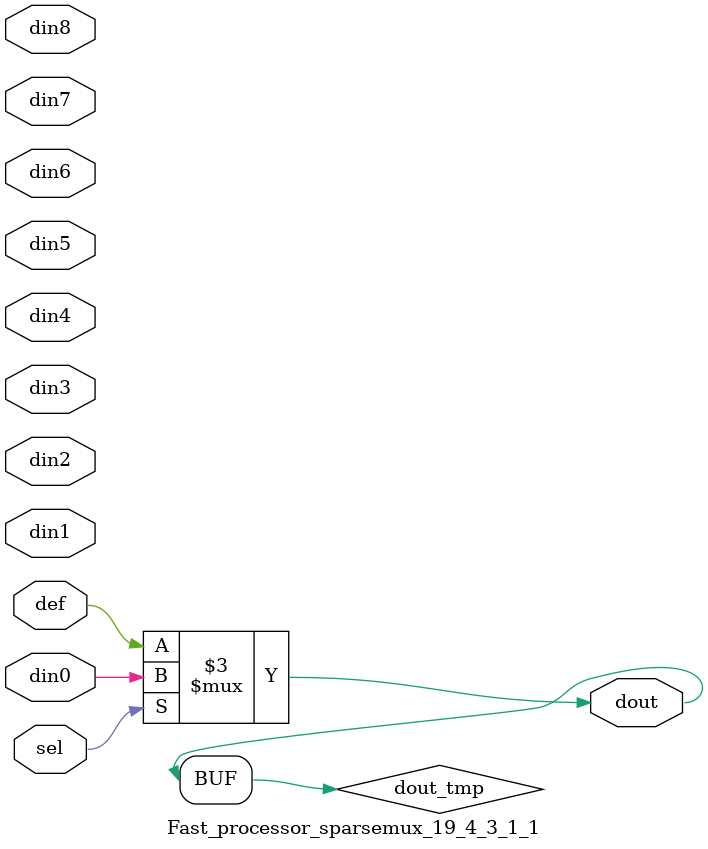
<source format=v>
`timescale 1ns / 1ps

module Fast_processor_sparsemux_19_4_3_1_1 (din0,din1,din2,din3,din4,din5,din6,din7,din8,def,sel,dout);

parameter din0_WIDTH = 1;

parameter din1_WIDTH = 1;

parameter din2_WIDTH = 1;

parameter din3_WIDTH = 1;

parameter din4_WIDTH = 1;

parameter din5_WIDTH = 1;

parameter din6_WIDTH = 1;

parameter din7_WIDTH = 1;

parameter din8_WIDTH = 1;

parameter def_WIDTH = 1;
parameter sel_WIDTH = 1;
parameter dout_WIDTH = 1;

parameter [sel_WIDTH-1:0] CASE0 = 1;

parameter [sel_WIDTH-1:0] CASE1 = 1;

parameter [sel_WIDTH-1:0] CASE2 = 1;

parameter [sel_WIDTH-1:0] CASE3 = 1;

parameter [sel_WIDTH-1:0] CASE4 = 1;

parameter [sel_WIDTH-1:0] CASE5 = 1;

parameter [sel_WIDTH-1:0] CASE6 = 1;

parameter [sel_WIDTH-1:0] CASE7 = 1;

parameter [sel_WIDTH-1:0] CASE8 = 1;

parameter ID = 1;
parameter NUM_STAGE = 1;



input [din0_WIDTH-1:0] din0;

input [din1_WIDTH-1:0] din1;

input [din2_WIDTH-1:0] din2;

input [din3_WIDTH-1:0] din3;

input [din4_WIDTH-1:0] din4;

input [din5_WIDTH-1:0] din5;

input [din6_WIDTH-1:0] din6;

input [din7_WIDTH-1:0] din7;

input [din8_WIDTH-1:0] din8;

input [def_WIDTH-1:0] def;
input [sel_WIDTH-1:0] sel;

output [dout_WIDTH-1:0] dout;



reg [dout_WIDTH-1:0] dout_tmp;

always @ (*) begin
case (sel)
    
    CASE0 : dout_tmp = din0;
    
    CASE1 : dout_tmp = din1;
    
    CASE2 : dout_tmp = din2;
    
    CASE3 : dout_tmp = din3;
    
    CASE4 : dout_tmp = din4;
    
    CASE5 : dout_tmp = din5;
    
    CASE6 : dout_tmp = din6;
    
    CASE7 : dout_tmp = din7;
    
    CASE8 : dout_tmp = din8;
    
    default : dout_tmp = def;
endcase
end


assign dout = dout_tmp;



endmodule

</source>
